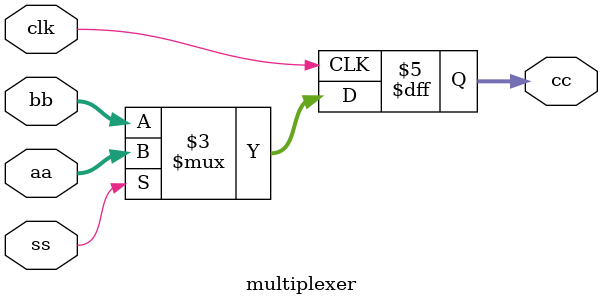
<source format=v>
module multiplexer(
   input [3:0]aa,
	input [3:0]bb,
	input clk,
	input ss,
	output reg [3:0]cc
);
//assign cc[3] = aa[3] & bb[3];
//assign cc[2] = aa[2] | bb[2];
//assign cc[1] = aa[1] ^ bb[1];
//assign cc[0] = ~aa[0];
always @(posedge clk) begin
//cc <= aa & bb;
if (ss)
cc <=aa;
else
cc <=bb;
 
end

endmodule

</source>
